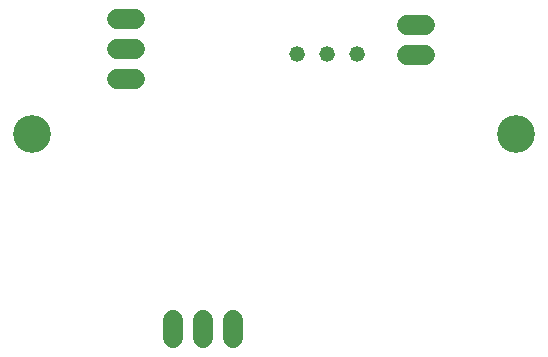
<source format=gbr>
G04 EAGLE Gerber RS-274X export*
G75*
%MOMM*%
%FSLAX34Y34*%
%LPD*%
%INSoldermask Bottom*%
%IPPOS*%
%AMOC8*
5,1,8,0,0,1.08239X$1,22.5*%
G01*
%ADD10C,3.203200*%
%ADD11C,1.727200*%
%ADD12C,1.320800*%


D10*
X20000Y230000D03*
X430000Y230000D03*
D11*
X107620Y327500D02*
X92380Y327500D01*
X92380Y302100D02*
X107620Y302100D01*
X107620Y276700D02*
X92380Y276700D01*
X337380Y322000D02*
X352620Y322000D01*
X352620Y296600D02*
X337380Y296600D01*
D12*
X244600Y297300D03*
X270000Y297300D03*
X295400Y297300D03*
D11*
X139600Y72220D02*
X139600Y56980D01*
X165000Y56980D02*
X165000Y72220D01*
X190400Y72220D02*
X190400Y56980D01*
M02*

</source>
